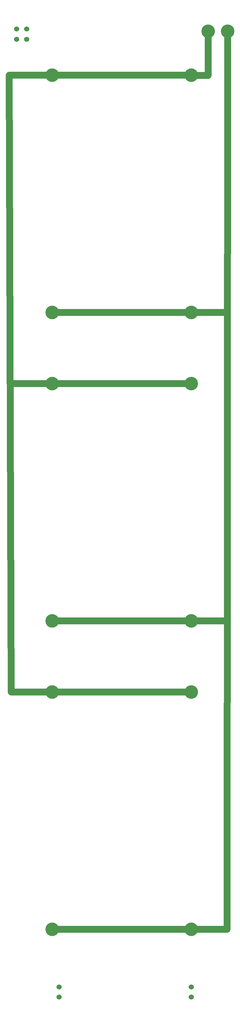
<source format=gtl>
G04 Layer: TopLayer*
G04 EasyEDA v6.5.47, 2024-11-13 16:13:54*
G04 fb85ae26fb934a7fa39b9ffe6f29e94b,28dbc4cd0de04f76b295d4d1f3f9c80b,10*
G04 Gerber Generator version 0.2*
G04 Scale: 100 percent, Rotated: No, Reflected: No *
G04 Dimensions in millimeters *
G04 leading zeros omitted , absolute positions ,4 integer and 5 decimal *
%FSLAX45Y45*%
%MOMM*%

%ADD10C,2.0000*%
%ADD11C,1.5240*%
%ADD12C,4.0000*%

%LPD*%
D10*
X2099995Y28399943D02*
G01*
X6199987Y28399943D01*
X2099995Y10199979D02*
G01*
X6199987Y10199979D01*
X2099995Y12299975D02*
G01*
X6199987Y12299975D01*
X2099995Y3199993D02*
G01*
X6199987Y3199993D01*
X7277100Y29699940D02*
G01*
X7264400Y3200400D01*
X6199987Y3199993D01*
X6199987Y3199993D01*
X2099995Y19299961D02*
G01*
X6199987Y19299961D01*
X2099995Y21399957D02*
G01*
X6199987Y21399957D01*
X6699986Y29699940D02*
G01*
X6699986Y28397200D01*
X6202730Y28397200D01*
X6199987Y28399943D01*
X2068271Y12331700D02*
G01*
X2099995Y12299975D01*
X2099995Y10199979D02*
G01*
X889000Y10199979D01*
X825500Y28399943D01*
X2099995Y28399943D01*
X6199987Y12299975D02*
G01*
X7268773Y12299975D01*
X2099995Y19299961D02*
G01*
X857422Y19299961D01*
X6199987Y21399957D02*
G01*
X7273117Y21399957D01*
D11*
G01*
X1046200Y29763999D03*
G01*
X1046200Y29464000D03*
G01*
X1346200Y29763999D03*
G01*
X1346200Y29464000D03*
G01*
X6199987Y1199997D03*
G01*
X6199987Y1499996D03*
G01*
X2299995Y1499996D03*
G01*
X2299995Y1199997D03*
D12*
G01*
X6199987Y28399943D03*
G01*
X2099995Y28399943D03*
G01*
X6199987Y21399957D03*
G01*
X2099995Y21399957D03*
G01*
X6199987Y19299961D03*
G01*
X2099995Y19299961D03*
G01*
X6199987Y12299975D03*
G01*
X2099995Y12299975D03*
G01*
X6199987Y10199979D03*
G01*
X2099995Y10199979D03*
G01*
X2099995Y3199993D03*
G01*
X6199987Y3199993D03*
G01*
X6699986Y29699940D03*
G01*
X7277100Y29699940D03*
M02*

</source>
